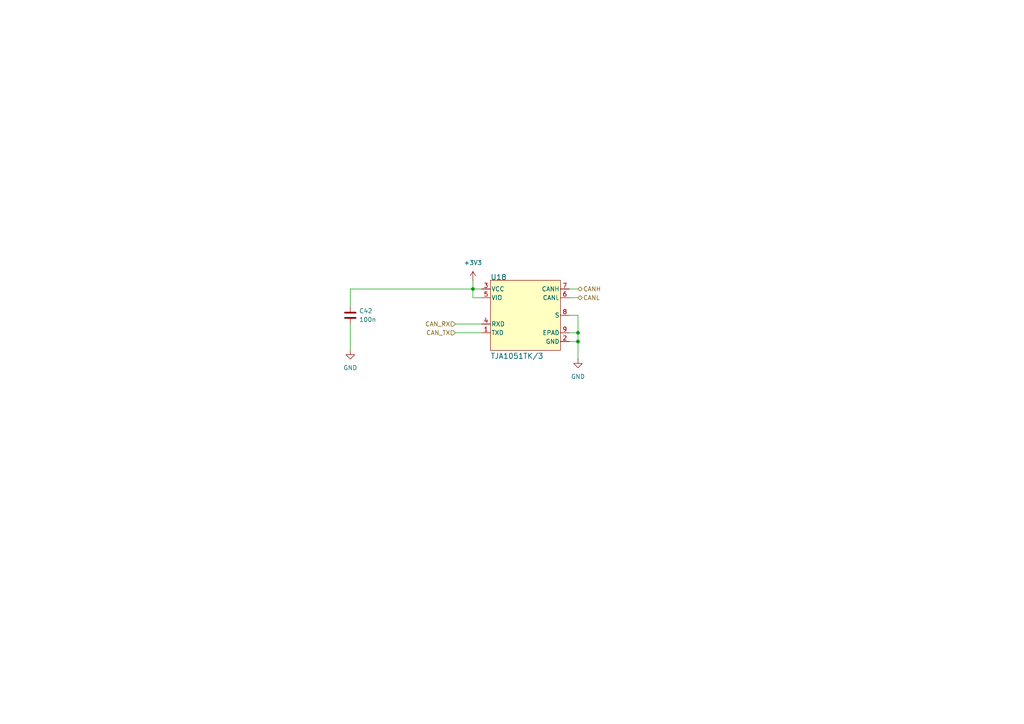
<source format=kicad_sch>
(kicad_sch (version 20250114) (generator "eeschema") (generator_version "9.0")
  (paper "A4")
  (lib_symbols
    (symbol "Device:C" (pin_numbers (hide yes)) (pin_names (offset 0.254))
      (property "Reference" "C" (at 0.635 2.54 0))
      (property "Value" "C" (at 0.635 -2.54 0))
      (symbol "C_0_1"
        (polyline (pts (xy -1.524 0.762) (xy 1.524 0.762)) (stroke (width 0.508)))
        (polyline (pts (xy -1.524 -0.762) (xy 1.524 -0.762)) (stroke (width 0.508)))
      )
      (symbol "C_1_1"
        (pin passive line (at 0 2.54 270) (length 1.524) (name "~") (number "1"))
        (pin passive line (at 0 -2.54 90) (length 1.524) (name "~") (number "2"))
      )
    )
    (symbol "power:+3V3" (power) (pin_numbers (hide yes)) (pin_names (offset 0) (hide yes))
      (property "Value" "+3V3" (at 0 3.556 0))
      (symbol "+3V3_0_1"
        (polyline (pts (xy -0.762 1.27) (xy 0 2.54)))
        (polyline (pts (xy 0 2.54) (xy 0.762 1.27)))
        (polyline (pts (xy 0 0) (xy 0 2.54)))
      )
      (symbol "+3V3_1_1"
        (pin power_in line (at 0 0 90) (length 0) (name "~") (number "1"))
      )
    )
    (symbol "power:GND" (power) (pin_numbers (hide yes)) (pin_names (offset 0) (hide yes))
      (property "Value" "GND" (at 0 -3.81 0))
      (symbol "GND_0_1"
        (polyline (pts (xy 0 0) (xy 0 -1.27) (xy 1.27 -1.27) (xy 0 -2.54) (xy -1.27 -1.27) (xy 0 -1.27)))
      )
      (symbol "GND_1_1"
        (pin power_in line (at 0 0 270) (length 0) (name "~") (number "1"))
      )
    )
    (symbol "main_board:TJA1051TK/3" (pin_names (offset 0.254))
      (symbol "TJA1051TK/3_0_1"
        (rectangle (start 0 0) (end 20.32 -20.32) (fill (type background)))
        (pin power_in line (at -2.54 -2.54 0) (length 2.54) (name "VCC") (number "3"))
        (pin power_in line (at -2.54 -5.08 0) (length 2.54) (name "VIO") (number "5"))
        (pin output line (at -2.54 -12.7 0) (length 2.54) (name "RXD") (number "4"))
        (pin input line (at -2.54 -15.24 0) (length 2.54) (name "TXD") (number "1"))
        (pin unspecified line (at 22.86 -2.54 180) (length 2.54) (name "CANH") (number "7"))
        (pin unspecified line (at 22.86 -5.08 180) (length 2.54) (name "CANL") (number "6"))
        (pin input line (at 22.86 -10.16 180) (length 2.54) (name "S") (number "8"))
        (pin power_out line (at 22.86 -15.24 180) (length 2.54) (name "EPAD") (number "9"))
        (pin power_out line (at 22.86 -17.78 180) (length 2.54) (name "GND") (number "2"))
      )
    )
  )
  (junction (at 167.64 99.06))
  (junction (at 137.16 83.82))
  (junction (at 167.64 96.52))
  (wire (pts (xy 139.7 83.82) (xy 137.16 83.82)))
  (wire (pts (xy 167.64 96.52) (xy 167.64 99.06)))
  (wire (pts (xy 137.16 86.36) (xy 139.7 86.36)))
  (wire (pts (xy 132.08 96.52) (xy 139.7 96.52)))
  (wire (pts (xy 101.6 93.98) (xy 101.6 101.6)))
  (wire (pts (xy 137.16 83.82) (xy 137.16 86.36)))
  (wire (pts (xy 165.1 99.06) (xy 167.64 99.06)))
  (wire (pts (xy 101.6 83.82) (xy 137.16 83.82)))
  (wire (pts (xy 101.6 83.82) (xy 101.6 88.9)))
  (wire (pts (xy 165.1 91.44) (xy 167.64 91.44)))
  (wire (pts (xy 132.08 93.98) (xy 139.7 93.98)))
  (wire (pts (xy 137.16 83.82) (xy 137.16 81.28)))
  (wire (pts (xy 165.1 86.36) (xy 167.64 86.36)))
  (wire (pts (xy 165.1 96.52) (xy 167.64 96.52)))
  (wire (pts (xy 165.1 83.82) (xy 167.64 83.82)))
  (wire (pts (xy 167.64 96.52) (xy 167.64 91.44)))
  (wire (pts (xy 167.64 99.06) (xy 167.64 104.14)))
  (hierarchical_label "CANL" (shape bidirectional) (at 167.64 86.36 0))
  (hierarchical_label "CAN_RX" (shape input) (at 132.08 93.98 180))
  (hierarchical_label "CANH" (shape bidirectional) (at 167.64 83.82 0))
  (hierarchical_label "CAN_TX" (shape input) (at 132.08 96.52 180))
  (symbol (lib_id "power:GND") (at 167.64 104.14 0) (unit 1)
    (property "Reference" "#PWR0119" (effects (hide yes)))
    (property "Value" "GND" (at 167.64 109.22 0))
    (property "Description" "Power symbol creates a global label with name \"GND\" , ground" (effects (hide yes)))
    (instances (project "main_board" (path "" (reference "#PWR0119") (unit 1)) (path "" (reference "#PWR0120") (unit 1))))
  )
  (symbol (lib_id "main_board:TJA1051TK/3") (at 142.24 81.28 0) (unit 1)
    (property "Reference" "U18" (at 142.24 81.28 0) (effects (font (size 1.524 1.524)) (justify left bottom)))
    (property "Value" "TJA1051TK/3" (at 142.24 104.14 0) (effects (font (size 1.524 1.524)) (justify left bottom)))
    (property "Footprint" "main_board:TJA1051TK_3" (effects (hide yes)))
    (property "Datasheet" "kicad-embed://TJA1051TK_3.pdf" (effects (hide yes)))
    (property "Manufacturer" "NXP Semicon" (effects (hide yes)))
    (property "Manufacturer Part Number" "TJA1051TK/3" (effects (hide yes)))
    (instances (project "main_board" (path "" (reference "U18") (unit 1)) (path "" (reference "U10") (unit 1))))
  )
  (symbol (lib_id "power:+3V3") (at 137.16 81.28 0) (unit 1)
    (property "Reference" "#PWR0117" (effects (hide yes)))
    (property "Value" "+3V3" (at 137.16 76.2 0))
    (property "Description" "Power symbol creates a global label with name \"+3V3\"" (effects (hide yes)))
    (instances (project "main_board" (path "" (reference "#PWR0117") (unit 1)) (path "" (reference "#PWR064") (unit 1))))
  )
  (symbol (lib_id "power:GND") (at 101.6 101.6 0) (unit 1)
    (property "Reference" "#PWR059" (effects (hide yes)))
    (property "Value" "GND" (at 101.6 106.68 0))
    (property "Description" "Power symbol creates a global label with name \"GND\" , ground" (effects (hide yes)))
    (instances (project "main_board" (path "" (reference "#PWR059") (unit 1)) (path "" (reference "#PWR017") (unit 1))))
  )
  (symbol (lib_id "Device:C") (at 101.6 91.44 0) (unit 1)
    (property "Reference" "C42" (at 104.14 90.1699 0) (effects (justify left)))
    (property "Value" "100n" (at 104.14 92.7099 0) (effects (justify left)))
    (property "Footprint" "Capacitor_SMD:C_0402_1005Metric" (effects (hide yes)))
    (property "Description" "MLCC" (effects (hide yes)))
    (property "Manufacturer" "Murata Electronics" (effects (hide yes)))
    (property "Manufacturer Part Number" "GRM155R62A104ME14D" (effects (hide yes)))
    (instances (project "main_board" (path "" (reference "C42") (unit 1)) (path "" (reference "C43") (unit 1))))
  )
)
</source>
